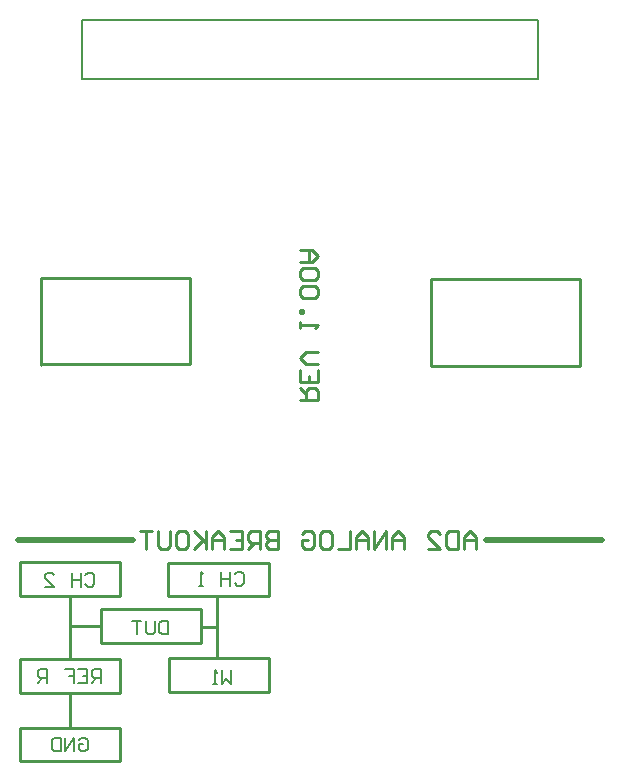
<source format=gbo>
G04 Layer_Color=13813960*
%FSLAX25Y25*%
%MOIN*%
G70*
G01*
G75*
%ADD16C,0.02000*%
%ADD28C,0.01000*%
%ADD30C,0.00787*%
%ADD31C,0.00800*%
D16*
X178200Y257300D02*
X216510Y257297D01*
X334400Y257100D02*
X372900D01*
D28*
X195500Y194700D02*
Y206400D01*
X195550Y228550D02*
X205900D01*
X195500Y217500D02*
Y238700D01*
X239300Y228300D02*
X244550D01*
X244700Y217800D02*
Y238500D01*
X212200Y183600D02*
Y194700D01*
X178800Y183600D02*
X212200D01*
X178800Y194700D02*
X212200D01*
X178800Y183600D02*
Y194700D01*
X212200Y206400D02*
Y217500D01*
X178800Y206400D02*
X212200D01*
X178800Y217500D02*
X212200D01*
X178800Y206400D02*
Y217500D01*
X262000Y206700D02*
Y217800D01*
X228600Y206700D02*
X262000D01*
X228600Y217800D02*
X262000D01*
X228600Y206700D02*
Y217800D01*
X239300Y223000D02*
Y234100D01*
X205900Y223000D02*
X239300D01*
X205900Y234100D02*
X239300D01*
X205900Y223000D02*
Y234100D01*
X212200Y238700D02*
Y249800D01*
X178800Y238700D02*
X212200D01*
X178800Y249800D02*
X212200D01*
X178800Y238700D02*
Y249800D01*
X261800Y238500D02*
Y249600D01*
X228400Y238500D02*
X261800D01*
X228400Y249600D02*
X261800D01*
X228400Y238500D02*
Y249600D01*
X316100Y315300D02*
X365500D01*
Y344200D01*
X315900Y315100D02*
Y344200D01*
X365500D01*
X186200Y315800D02*
X235600D01*
Y344700D01*
X186000Y315600D02*
Y344700D01*
X235600D01*
X330900Y254100D02*
Y258099D01*
X328901Y260098D01*
X326901Y258099D01*
Y254100D01*
Y257099D01*
X330900D01*
X324902Y260098D02*
Y254100D01*
X321903D01*
X320903Y255100D01*
Y259098D01*
X321903Y260098D01*
X324902D01*
X314905Y254100D02*
X318904D01*
X314905Y258099D01*
Y259098D01*
X315905Y260098D01*
X317904D01*
X318904Y259098D01*
X306908Y254100D02*
Y258099D01*
X304908Y260098D01*
X302909Y258099D01*
Y254100D01*
Y257099D01*
X306908D01*
X300910Y254100D02*
Y260098D01*
X296911Y254100D01*
Y260098D01*
X294912Y254100D02*
Y258099D01*
X292912Y260098D01*
X290913Y258099D01*
Y254100D01*
Y257099D01*
X294912D01*
X288914Y260098D02*
Y254100D01*
X284915D01*
X279917Y260098D02*
X281916D01*
X282915Y259098D01*
Y255100D01*
X281916Y254100D01*
X279917D01*
X278917Y255100D01*
Y259098D01*
X279917Y260098D01*
X272919Y259098D02*
X273918Y260098D01*
X275918D01*
X276918Y259098D01*
Y255100D01*
X275918Y254100D01*
X273918D01*
X272919Y255100D01*
Y257099D01*
X274918D01*
X264921Y260098D02*
Y254100D01*
X261922D01*
X260923Y255100D01*
Y256099D01*
X261922Y257099D01*
X264921D01*
X261922D01*
X260923Y258099D01*
Y259098D01*
X261922Y260098D01*
X264921D01*
X258923Y254100D02*
Y260098D01*
X255924D01*
X254925Y259098D01*
Y257099D01*
X255924Y256099D01*
X258923D01*
X256924D02*
X254925Y254100D01*
X248926Y260098D02*
X252925D01*
Y254100D01*
X248926D01*
X252925Y257099D02*
X250926D01*
X246927Y254100D02*
Y258099D01*
X244928Y260098D01*
X242929Y258099D01*
Y254100D01*
Y257099D01*
X246927D01*
X240929Y260098D02*
Y254100D01*
Y256099D01*
X236930Y260098D01*
X239929Y257099D01*
X236930Y254100D01*
X231932Y260098D02*
X233931D01*
X234931Y259098D01*
Y255100D01*
X233931Y254100D01*
X231932D01*
X230932Y255100D01*
Y259098D01*
X231932Y260098D01*
X228933D02*
Y255100D01*
X227933Y254100D01*
X225934D01*
X224934Y255100D01*
Y260098D01*
X222935D02*
X218936D01*
X220936D01*
Y254100D01*
X272200Y304000D02*
X278198D01*
Y306999D01*
X277198Y307999D01*
X275199D01*
X274199Y306999D01*
Y304000D01*
Y305999D02*
X272200Y307999D01*
X278198Y313997D02*
Y309998D01*
X272200D01*
Y313997D01*
X275199Y309998D02*
Y311997D01*
X278198Y315996D02*
X274199D01*
X272200Y317996D01*
X274199Y319995D01*
X278198D01*
X272200Y327992D02*
Y329992D01*
Y328992D01*
X278198D01*
X277198Y327992D01*
X272200Y332991D02*
X273200D01*
Y333990D01*
X272200D01*
Y332991D01*
X277198Y337989D02*
X278198Y338989D01*
Y340988D01*
X277198Y341988D01*
X273200D01*
X272200Y340988D01*
Y338989D01*
X273200Y337989D01*
X277198D01*
Y343987D02*
X278198Y344987D01*
Y346986D01*
X277198Y347986D01*
X273200D01*
X272200Y346986D01*
Y344987D01*
X273200Y343987D01*
X277198D01*
X272200Y349985D02*
X276199D01*
X278198Y351985D01*
X276199Y353984D01*
X272200D01*
X275199D01*
Y349985D01*
D30*
X351604Y411056D02*
Y430544D01*
X199596Y411056D02*
X351604D01*
X199596D02*
Y430544D01*
X351604D01*
D31*
X198501Y190649D02*
X199251Y191399D01*
X200750D01*
X201500Y190649D01*
Y187650D01*
X200750Y186900D01*
X199251D01*
X198501Y187650D01*
Y189149D01*
X200001D01*
X197001Y186900D02*
Y191399D01*
X194002Y186900D01*
Y191399D01*
X192503D02*
Y186900D01*
X190254D01*
X189504Y187650D01*
Y190649D01*
X190254Y191399D01*
X192503D01*
X205900Y209700D02*
Y214198D01*
X203651D01*
X202901Y213449D01*
Y211949D01*
X203651Y211199D01*
X205900D01*
X204400D02*
X202901Y209700D01*
X198402Y214198D02*
X201401D01*
Y209700D01*
X198402D01*
X201401Y211949D02*
X199902D01*
X193904Y214198D02*
X196903D01*
Y211949D01*
X195403D01*
X196903D01*
Y209700D01*
X187906D02*
Y214198D01*
X185656D01*
X184907Y213449D01*
Y211949D01*
X185656Y211199D01*
X187906D01*
X186406D02*
X184907Y209700D01*
X228400Y230399D02*
Y225900D01*
X226151D01*
X225401Y226650D01*
Y229649D01*
X226151Y230399D01*
X228400D01*
X223902D02*
Y226650D01*
X223152Y225900D01*
X221652D01*
X220902Y226650D01*
Y230399D01*
X219403D02*
X216404D01*
X217903D01*
Y225900D01*
X200701Y245449D02*
X201451Y246199D01*
X202950D01*
X203700Y245449D01*
Y242450D01*
X202950Y241700D01*
X201451D01*
X200701Y242450D01*
X199201Y246199D02*
Y241700D01*
Y243949D01*
X196202D01*
Y246199D01*
Y241700D01*
X187205D02*
X190204D01*
X187205Y244699D01*
Y245449D01*
X187955Y246199D01*
X189455D01*
X190204Y245449D01*
X249200Y213798D02*
Y209300D01*
X247701Y210800D01*
X246201Y209300D01*
Y213798D01*
X244702Y209300D02*
X243202D01*
X243952D01*
Y213798D01*
X244702Y213049D01*
X250501Y245749D02*
X251251Y246498D01*
X252750D01*
X253500Y245749D01*
Y242750D01*
X252750Y242000D01*
X251251D01*
X250501Y242750D01*
X249002Y246498D02*
Y242000D01*
Y244249D01*
X246002D01*
Y246498D01*
Y242000D01*
X240004D02*
X238505D01*
X239255D01*
Y246498D01*
X240004Y245749D01*
M02*

</source>
